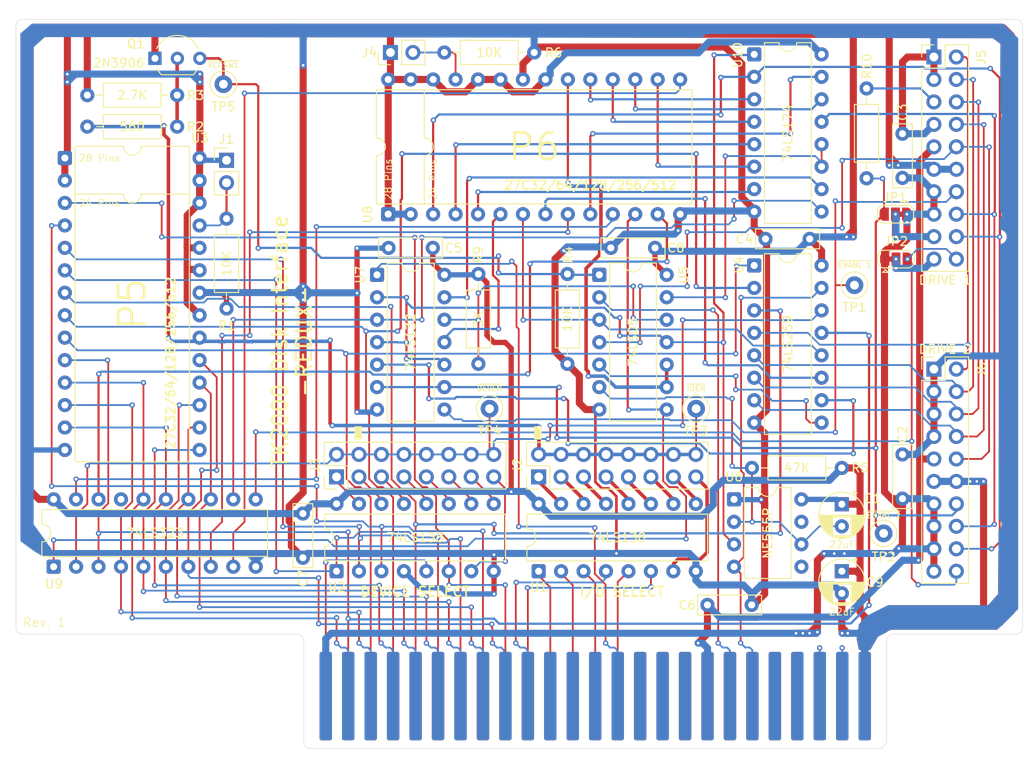
<source format=kicad_pcb>
(kicad_pcb
	(version 20241229)
	(generator "pcbnew")
	(generator_version "9.0")
	(general
		(thickness 1.6)
		(legacy_teardrops no)
	)
	(paper "A4")
	(layers
		(0 "F.Cu" signal)
		(2 "B.Cu" signal)
		(9 "F.Adhes" user "F.Adhesive")
		(11 "B.Adhes" user "B.Adhesive")
		(13 "F.Paste" user)
		(15 "B.Paste" user)
		(5 "F.SilkS" user "F.Silkscreen")
		(7 "B.SilkS" user "B.Silkscreen")
		(1 "F.Mask" user)
		(3 "B.Mask" user)
		(17 "Dwgs.User" user "User.Drawings")
		(19 "Cmts.User" user "User.Comments")
		(21 "Eco1.User" user "User.Eco1")
		(23 "Eco2.User" user "User.Eco2")
		(25 "Edge.Cuts" user)
		(27 "Margin" user)
		(31 "F.CrtYd" user "F.Courtyard")
		(29 "B.CrtYd" user "B.Courtyard")
		(35 "F.Fab" user)
		(33 "B.Fab" user)
		(39 "User.1" user)
		(41 "User.2" user)
		(43 "User.3" user)
		(45 "User.4" user)
	)
	(setup
		(pad_to_mask_clearance 0)
		(allow_soldermask_bridges_in_footprints no)
		(tenting front back)
		(pcbplotparams
			(layerselection 0x00000000_00000000_55555555_5755f5ff)
			(plot_on_all_layers_selection 0x00000000_00000000_00000000_00000000)
			(disableapertmacros no)
			(usegerberextensions no)
			(usegerberattributes yes)
			(usegerberadvancedattributes yes)
			(creategerberjobfile yes)
			(dashed_line_dash_ratio 12.000000)
			(dashed_line_gap_ratio 3.000000)
			(svgprecision 4)
			(plotframeref no)
			(mode 1)
			(useauxorigin no)
			(hpglpennumber 1)
			(hpglpenspeed 20)
			(hpglpendiameter 15.000000)
			(pdf_front_fp_property_popups yes)
			(pdf_back_fp_property_popups yes)
			(pdf_metadata yes)
			(pdf_single_document no)
			(dxfpolygonmode yes)
			(dxfimperialunits yes)
			(dxfusepcbnewfont yes)
			(psnegative no)
			(psa4output no)
			(plot_black_and_white yes)
			(sketchpadsonfab no)
			(plotpadnumbers no)
			(hidednponfab no)
			(sketchdnponfab yes)
			(crossoutdnponfab yes)
			(subtractmaskfromsilk no)
			(outputformat 1)
			(mirror no)
			(drillshape 0)
			(scaleselection 1)
			(outputdirectory "gerbers/")
		)
	)
	(net 0 "")
	(net 1 "-12V")
	(net 2 "GND")
	(net 3 "+5V")
	(net 4 "Net-(U6-THR)")
	(net 5 "+12V")
	(net 6 "Net-(J1-Pin_2)")
	(net 7 "~{IOSEL}")
	(net 8 "Net-(J2-Pin_5)")
	(net 9 "Net-(J2-Pin_7)")
	(net 10 "/VCC_SWITCHED_1")
	(net 11 "Net-(J2-Pin_15)")
	(net 12 "Net-(J2-Pin_3)")
	(net 13 "Net-(J2-Pin_9)")
	(net 14 "Net-(J2-Pin_11)")
	(net 15 "Net-(J2-Pin_13)")
	(net 16 "Net-(J2-Pin_1)")
	(net 17 "Net-(J3-Pin_11)")
	(net 18 "Net-(J3-Pin_5)")
	(net 19 "Net-(J3-Pin_7)")
	(net 20 "Net-(J3-Pin_9)")
	(net 21 "Net-(J3-Pin_1)")
	(net 22 "Net-(J3-Pin_13)")
	(net 23 "Net-(J3-Pin_15)")
	(net 24 "Net-(J3-Pin_3)")
	(net 25 "Net-(J4-Pin_2)")
	(net 26 "/PH1")
	(net 27 "/PH0")
	(net 28 "/WR DATA")
	(net 29 "/W PROT")
	(net 30 "/RD DATA")
	(net 31 "/PH2")
	(net 32 "/PH3")
	(net 33 "Net-(J5-Pin_17)")
	(net 34 "/WR REQ")
	(net 35 "Net-(J5-Pin_19)")
	(net 36 "/~{ENBL 1}")
	(net 37 "Net-(J5-Pin_5)")
	(net 38 "/~{ENBL 2}")
	(net 39 "A12")
	(net 40 "D0")
	(net 41 "A10")
	(net 42 "A3")
	(net 43 "A14")
	(net 44 "D3")
	(net 45 "unconnected-(P1-Pin_40-Pad40)")
	(net 46 "2M")
	(net 47 "~{RESET}")
	(net 48 "unconnected-(P1-Pin_30-Pad30)")
	(net 49 "A4")
	(net 50 "~{EXTC}")
	(net 51 "unconnected-(P1-Pin_18-Pad18)")
	(net 52 "unconnected-(P1-Pin_38-Pad38)")
	(net 53 "D1")
	(net 54 "unconnected-(P1-Pin_29-Pad29)")
	(net 55 "A0")
	(net 56 "A15")
	(net 57 "D6")
	(net 58 "unconnected-(P1-Pin_36-Pad36)")
	(net 59 "A5")
	(net 60 "unconnected-(P1-Pin_22-Pad22)")
	(net 61 "~{EXTE}")
	(net 62 "Net-(P1-Pin_24)")
	(net 63 "~{EXT8}")
	(net 64 "unconnected-(P1-Pin_34-Pad34)")
	(net 65 "A8")
	(net 66 "D2")
	(net 67 "A2")
	(net 68 "D7")
	(net 69 "A7")
	(net 70 "Net-(P1-Pin_23)")
	(net 71 "A6")
	(net 72 "unconnected-(P1-Pin_21-Pad21)")
	(net 73 "~{EXT_MEM}")
	(net 74 "D4")
	(net 75 "D5")
	(net 76 "A9")
	(net 77 "A13")
	(net 78 "A11")
	(net 79 "unconnected-(P1-Pin_39-Pad39)")
	(net 80 "~{EXT6}")
	(net 81 "A1")
	(net 82 "Net-(Q1-B)")
	(net 83 "Net-(U8-~{CE})")
	(net 84 "Net-(R9-Pad2)")
	(net 85 "Net-(U4-Q6)")
	(net 86 "Net-(U4-Q5)")
	(net 87 "Net-(U4-Q7)")
	(net 88 "Net-(U4-Q4)")
	(net 89 "Net-(U10-D3)")
	(net 90 "Net-(U8-D1)")
	(net 91 "Net-(U10-~{Mr})")
	(net 92 "Net-(U8-A4)")
	(net 93 "Net-(U10-Q3)")
	(net 94 "Net-(U10-Cp)")
	(net 95 "Net-(U8-D3)")
	(net 96 "Net-(U10-Q5)")
	(net 97 "Net-(U10-Q2)")
	(net 98 "Net-(U8-A1)")
	(net 99 "Net-(U10-D2)")
	(net 100 "Net-(U8-D0)")
	(net 101 "Net-(U10-Q1)")
	(net 102 "unconnected-(U6-DIS-Pad7)")
	(net 103 "Net-(U10-D0)")
	(net 104 "unconnected-(U6-CV-Pad5)")
	(net 105 "Net-(U10-D5)")
	(net 106 "Net-(U8-D2)")
	(net 107 "Net-(U10-D1)")
	(net 108 "unconnected-(U9-Q7-Pad17)")
	(net 109 "/~{IOEN}")
	(net 110 "/~{DEVEN}")
	(footprint "Connector_PinHeader_2.54mm:PinHeader_1x02_P2.54mm_Vertical" (layer "F.Cu") (at 69.565185 66.517185))
	(footprint "TestPoint:TestPoint_Loop_D1.80mm_Drill1.0mm_Beaded" (layer "F.Cu") (at 122.682 94.615))
	(footprint "Capacitor_THT:C_Rect_L7.0mm_W2.0mm_P5.00mm" (layer "F.Cu") (at 118.034185 76.423185 180))
	(footprint "Resistor_THT:R_Axial_DIN0207_L6.3mm_D2.5mm_P10.16mm_Horizontal" (layer "F.Cu") (at 94.203185 54.325185))
	(footprint "Connector_PinHeader_2.54mm:PinHeader_1x02_P2.54mm_Vertical" (layer "F.Cu") (at 88.107185 54.325185 90))
	(footprint "Capacitor_THT:CP_Radial_D5.0mm_P2.50mm" (layer "F.Cu") (at 139.161185 112.999185 -90))
	(footprint "Capacitor_THT:C_Rect_L7.0mm_W2.0mm_P5.00mm" (layer "F.Cu") (at 146.019185 104.791185 90))
	(footprint "TestPoint:TestPoint_Loop_D1.80mm_Drill1.0mm_Beaded" (layer "F.Cu") (at 99.314 94.615))
	(footprint "Package_DIP:DIP-16_W7.62mm" (layer "F.Cu") (at 129.250185 54.539185))
	(footprint "Package_DIP:DIP-16_W7.62mm" (layer "F.Cu") (at 82.006185 112.994185 90))
	(footprint "Package_TO_SOT_THT:TO-92_Inline_Wide" (layer "F.Cu") (at 61.468 54.991))
	(footprint "Resistor_THT:R_Axial_DIN0207_L6.3mm_D2.5mm_P10.16mm_Horizontal" (layer "F.Cu") (at 141.955185 68.549185 90))
	(footprint "Capacitor_THT:CP_Radial_D5.0mm_P2.50mm" (layer "F.Cu") (at 139.156185 105.419185 -90))
	(footprint "Resistor_THT:R_Axial_DIN0207_L6.3mm_D2.5mm_P10.16mm_Horizontal" (layer "F.Cu") (at 53.817185 59.151185))
	(footprint "Package_DIP:DIP-16_W7.62mm" (layer "F.Cu") (at 104.866185 112.999185 90))
	(footprint "TK2000:DIP-28-24_W15.24mm" (layer "F.Cu") (at 87.853185 72.613185 90))
	(footprint "Package_DIP:DIP-14_W7.62mm" (layer "F.Cu") (at 111.729185 79.471185))
	(footprint "Resistor_THT:R_Axial_DIN0207_L6.3mm_D2.5mm_P10.16mm_Horizontal" (layer "F.Cu") (at 69.565185 73.121185 -90))
	(footprint "TestPoint:TestPoint_Loop_D1.80mm_Drill1.0mm_Beaded" (layer "F.Cu") (at 140.589 80.645))
	(footprint "Capacitor_THT:C_Rect_L7.0mm_W2.0mm_P5.00mm" (layer "F.Cu") (at 146.019185 68.509185 90))
	(footprint "Jumper:SolderJumper-3_P1.3mm_Bridged12_RoundedPad1.0x1.5mm" (layer "F.Cu") (at 145.287185 77.693185))
	(footprint "Resistor_THT:R_Axial_DIN0207_L6.3mm_D2.5mm_P10.16mm_Horizontal" (layer "F.Cu") (at 98.053185 79.382185 -90))
	(footprint "TK2000:DIP-28-24_W15.24mm" (layer "F.Cu") (at 51.277185 66.263185))
	(footprint "Capacitor_THT:C_Rect_L7.0mm_W2.0mm_P5.00mm" (layer "F.Cu") (at 135.525185 75.407185 180))
	(footprint "Capacitor_THT:C_Rect_L7.0mm_W2.0mm_P5.00mm" (layer "F.Cu") (at 78.201185 106.475185 -90))
	(footprint "Capacitor_THT:C_Rect_L7.0mm_W2.0mm_P5.00mm" (layer "F.Cu") (at 92.893185 76.428185 180))
	(footprint "Package_DIP:DIP-14_W7.62mm" (layer "F.Cu") (at 86.588185 79.471185))
	(footprint "Resistor_THT:R_Axial_DIN0207_L6.3mm_D2.5mm_P10.16mm_Horizontal"
		(layer "F.Cu")
		(uuid "a3fd79da-f5d5-4ae4-9621-898f304ff506")
		(at 128.996185 101.315185)
		(descr "Resistor, Axial_DIN0207 series, Axial, Horizontal, pin pitch=10.16mm, 0.25W = 1/4W, length*diameter=6.3*2.5mm^2, http://cdn-reichelt.de/documents/datenblatt/B400/1_4W%23YAG.pdf")
		(tags "Resistor Axial_DIN0207 series Axial Horizontal pin pitch 10.16mm 0.25W = 1/4W length 6.3mm diameter 2.5mm")
		(property "Reference" "R5"
			(at 12.227815 0 180)
			(layer "F.SilkS")
			(uuid "9c6b700b-b56f-454a-af08-cbb92ee0419a")
			(effects
				(font
					(size 1 1)
					(thickness 0.15)
				)
			)
		)
		(property "Value" "47K"
			(at 5.08 0 0)
			(layer "F.SilkS")
			(uuid "59038263-5bfc-4502-9e63-17686569948d")
			(effects
				(font
					(size 1 1)
					(thickness 0.15)
				)
			)
		)
		(property "Datasheet" ""
			(at 0 0 0)
			(unlocked yes)
			(layer "F.Fab")
			(hide yes)
			(uuid "451e5c88-4e24-4863-a615-27044dbe0c7a")
			(effects
				(font
					(size 1.27 1.27)
					(thickness 0.15)
				)
			)
		)
		(property "Description" "Resistor, small symbol"
			(at 0 0 0)
			(unlocked yes)
			(layer "F.Fab")
			(hide yes)
			(uuid "ff008a55-37e8-44c0-bf53-7e7561ef5750")
			(effects
				(font
					(size 1.27 1.27)
					(thickness 0.15)
				)
			)
		)
		(property ki_fp_filters "R_*")
		(path "/0a9e3eae-f6aa-4726-95a0-baa5697c9c68")
		(sheetname "/")
		(sheetfile "TK2000_DiskInterface_REDUX.kicad_sch")
		(attr through_hole)
		(fp_line
			(start 1.04 0)
			(end 1.81 0)
			(stroke
				(width 0.12)
				(type solid)
			)
			(layer "F.SilkS")
			(uuid "6dd95e0b-b40a-485f-952c-4109b785672c")
		)
		(fp_line
			(start 1.81 -1.37)
			(end 1.81 1.37)
			(stroke
				(width 0.12)
				(type sol
... [355000 chars truncated]
</source>
